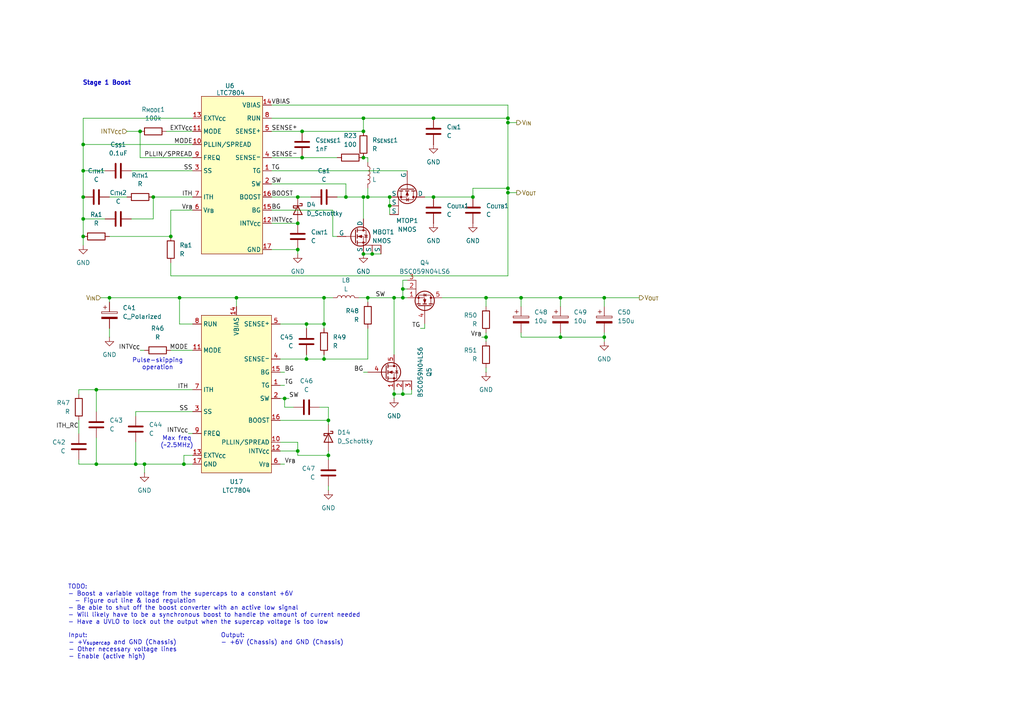
<source format=kicad_sch>
(kicad_sch (version 20250114) (generator "eeschema") (generator_version "9.0")
  (paper "A4")
  (title_block (title "Output Boost (Stage 1)") (date "2025-02-12") (rev "1") (company "UT Robomaster") (comment 1 "Robomaster"))
  (lib_symbols
    (symbol "! Robomaster ICs:LTC7804"
      (property "Reference" "U" (at 0 0 0))
      (symbol "LTC7804_1_1"
        (rectangle (start -13.97 -1.27) (end 3.81 -46.99) (fill (type background)))
        (pin power_in line (at -16.51 -7.62 0) (length 2.54) (name "EXTV_{CC}") (number "13"))
        (pin input line (at -16.51 -11.43 0) (length 2.54) (name "MODE") (number "11"))
        (pin input line (at -16.51 -15.24 0) (length 2.54) (name "PLLIN/SPREAD") (number "10"))
        (pin input line (at -16.51 -19.05 0) (length 2.54) (name "FREQ") (number "9"))
        (pin input line (at -16.51 -22.86 0) (length 2.54) (name "SS") (number "3"))
        (pin input line (at -16.51 -30.48 0) (length 2.54) (name "ITH") (number "7"))
        (pin input line (at -16.51 -34.29 0) (length 2.54) (name "V_{FB}") (number "6"))
        (pin input line (at 6.35 -3.81 180) (length 2.54) (name "VBIAS") (number "14"))
        (pin input line (at 6.35 -7.62 180) (length 2.54) (name "RUN") (number "8"))
        (pin input line (at 6.35 -11.43 180) (length 2.54) (name "SENSE^{+}") (number "5"))
        (pin input line (at 6.35 -19.05 180) (length 2.54) (name "SENSE^{-}") (number "4"))
        (pin output line (at 6.35 -22.86 180) (length 2.54) (name "TG") (number "1"))
        (pin power_in line (at 6.35 -26.67 180) (length 2.54) (name "SW") (number "2"))
        (pin power_in line (at 6.35 -30.48 180) (length 2.54) (name "BOOST") (number "16"))
        (pin output line (at 6.35 -34.29 180) (length 2.54) (name "BG") (number "15"))
        (pin output line (at 6.35 -38.1 180) (length 2.54) (name "INTV_{CC}") (number "12"))
        (pin passive line (at 6.35 -45.72 180) (length 2.54) (name "GND") (number "17"))
      )
    )
    (symbol "Device:C" (pin_numbers (hide yes)) (pin_names (offset 0.254))
      (property "Reference" "C" (at 0.635 2.54 0))
      (property "Value" "C" (at 0.635 -2.54 0))
      (symbol "C_0_1"
        (polyline (pts (xy -2.032 0.762) (xy 2.032 0.762)) (stroke (width 0.508)))
        (polyline (pts (xy -2.032 -0.762) (xy 2.032 -0.762)) (stroke (width 0.508)))
      )
      (symbol "C_1_1"
        (pin passive line (at 0 3.81 270) (length 2.794) (name "~") (number "1"))
        (pin passive line (at 0 -3.81 90) (length 2.794) (name "~") (number "2"))
      )
    )
    (symbol "Device:C_Polarized" (pin_numbers (hide yes)) (pin_names (offset 0.254))
      (property "Reference" "C" (at 0.635 2.54 0))
      (property "Value" "C_Polarized" (at 0.635 -2.54 0))
      (symbol "C_Polarized_0_1"
        (rectangle (start -2.286 0.508) (end 2.286 1.016))
        (polyline (pts (xy -1.778 2.286) (xy -0.762 2.286)))
        (polyline (pts (xy -1.27 2.794) (xy -1.27 1.778)))
        (rectangle (start 2.286 -0.508) (end -2.286 -1.016) (fill (type outline)))
      )
      (symbol "C_Polarized_1_1"
        (pin passive line (at 0 3.81 270) (length 2.794) (name "~") (number "1"))
        (pin passive line (at 0 -3.81 90) (length 2.794) (name "~") (number "2"))
      )
    )
    (symbol "Device:D_Schottky" (pin_numbers (hide yes)) (pin_names (offset 1.016) (hide yes))
      (property "Reference" "D" (at 0 2.54 0))
      (property "Value" "D_Schottky" (at 0 -2.54 0))
      (symbol "D_Schottky_0_1"
        (polyline (pts (xy -1.905 0.635) (xy -1.905 1.27) (xy -1.27 1.27) (xy -1.27 -1.27) (xy -0.635 -1.27) (xy -0.635 -0.635)) (stroke (width 0.254)))
        (polyline (pts (xy 1.27 1.27) (xy 1.27 -1.27) (xy -1.27 0) (xy 1.27 1.27)) (stroke (width 0.254)))
        (polyline (pts (xy 1.27 0) (xy -1.27 0)))
      )
      (symbol "D_Schottky_1_1"
        (pin passive line (at -3.81 0 0) (length 2.54) (name "K") (number "1"))
        (pin passive line (at 3.81 0 180) (length 2.54) (name "A") (number "2"))
      )
    )
    (symbol "Device:L" (pin_numbers (hide yes)) (pin_names (offset 1.016) (hide yes))
      (property "Reference" "L" (at -1.27 0 90))
      (property "Value" "L" (at 1.905 0 90))
      (symbol "L_0_1"
        (arc (start 0 2.54) (mid 0.6323 1.905) (end 0 1.27))
        (arc (start 0 1.27) (mid 0.6323 0.635) (end 0 0))
        (arc (start 0 0) (mid 0.6323 -0.635) (end 0 -1.27))
        (arc (start 0 -1.27) (mid 0.6323 -1.905) (end 0 -2.54))
      )
      (symbol "L_1_1"
        (pin passive line (at 0 3.81 270) (length 1.27) (name "1") (number "1"))
        (pin passive line (at 0 -3.81 90) (length 1.27) (name "2") (number "2"))
      )
    )
    (symbol "Device:R" (pin_numbers (hide yes)) (pin_names (offset 0))
      (property "Reference" "R" (at 2.032 0 90))
      (property "Value" "R" (at 0 0 90))
      (symbol "R_0_1"
        (rectangle (start -1.016 -2.54) (end 1.016 2.54) (stroke (width 0.254)))
      )
      (symbol "R_1_1"
        (pin passive line (at 0 3.81 270) (length 1.27) (name "~") (number "1"))
        (pin passive line (at 0 -3.81 90) (length 1.27) (name "~") (number "2"))
      )
    )
    (symbol "LTC7804_1"
      (property "Reference" "U" (at 0 -48.514 0))
      (property "Value" "LTC7804" (at 0 -50.546 0))
      (symbol "LTC7804_1_1_1"
        (rectangle (start -10.16 -1.27) (end 10.16 -46.99) (fill (type background)))
        (pin input line (at -12.7 -3.81 0) (length 2.54) (name "RUN") (number "8"))
        (pin input line (at -12.7 -11.43 0) (length 2.54) (name "MODE") (number "11"))
        (pin input line (at -12.7 -22.86 0) (length 2.54) (name "ITH") (number "7"))
        (pin input line (at -12.7 -29.21 0) (length 2.54) (name "SS") (number "3"))
        (pin input line (at -12.7 -35.56 0) (length 2.54) (name "FREQ") (number "9"))
        (pin power_in line (at -12.7 -41.91 0) (length 2.54) (name "EXTV_{CC}") (number "13"))
        (pin passive line (at -12.7 -44.45 0) (length 2.54) (name "GND") (number "17"))
        (pin input line (at 0 1.27 270) (length 2.54) (name "VBIAS") (number "14"))
        (pin input line (at 12.7 -3.81 180) (length 2.54) (name "SENSE^{+}") (number "5"))
        (pin input line (at 12.7 -13.97 180) (length 2.54) (name "SENSE^{-}") (number "4"))
        (pin output line (at 12.7 -17.78 180) (length 2.54) (name "BG") (number "15"))
        (pin output line (at 12.7 -21.59 180) (length 2.54) (name "TG") (number "1"))
        (pin power_in line (at 12.7 -25.4 180) (length 2.54) (name "SW") (number "2"))
        (pin power_in line (at 12.7 -31.75 180) (length 2.54) (name "BOOST") (number "16"))
        (pin input line (at 12.7 -38.1 180) (length 2.54) (name "PLLIN/SPREAD") (number "10"))
        (pin output line (at 12.7 -40.64 180) (length 2.54) (name "INTV_{CC}") (number "12"))
        (pin input line (at 12.7 -44.45 180) (length 2.54) (name "V_{FB}") (number "6"))
      )
    )
    (symbol "NMOS_1" (pin_numbers (hide yes)) (pin_names (offset 0))
      (property "Reference" "MBOT" (at 6.35 1.2701 0))
      (property "Value" "NMOS" (at 6.35 -1.2699 0))
      (symbol "NMOS_1_0_1"
        (polyline (pts (xy 0.254 1.905) (xy 0.254 -1.905)) (stroke (width 0.254)))
        (polyline (pts (xy 0.254 0) (xy -2.54 0)))
        (polyline (pts (xy 0.762 2.286) (xy 0.762 1.27)) (stroke (width 0.254)))
        (polyline (pts (xy 0.762 0.508) (xy 0.762 -0.508)) (stroke (width 0.254)))
        (polyline (pts (xy 0.762 -1.27) (xy 0.762 -2.286)) (stroke (width 0.254)))
        (polyline (pts (xy 0.762 -1.778) (xy 3.302 -1.778) (xy 3.302 1.778) (xy 0.762 1.778)))
        (polyline (pts (xy 1.016 0) (xy 2.032 0.381) (xy 2.032 -0.381) (xy 1.016 0)) (fill (type outline)))
        (circle (center 1.651 0) (radius 2.794) (stroke (width 0.254)))
        (polyline (pts (xy 2.54 2.54) (xy 2.54 1.778)))
        (circle (center 2.54 1.778) (radius 0.254) (fill (type outline)))
        (circle (center 2.54 -1.778) (radius 0.254) (fill (type outline)))
        (polyline (pts (xy 2.54 -2.54) (xy 2.54 0) (xy 0.762 0)))
        (polyline (pts (xy 2.794 0.508) (xy 2.921 0.381) (xy 3.683 0.381) (xy 3.81 0.254)))
        (polyline (pts (xy 3.302 0.381) (xy 2.921 -0.254) (xy 3.683 -0.254) (xy 3.302 0.381)))
        (polyline (pts (xy 7.62 -2.54) (xy 5.08 -2.54) (xy 2.54 -2.54)))
      )
      (symbol "NMOS_1_1_1"
        (pin input line (at -5.08 0 0) (length 2.54) (name "G") (number "4"))
        (pin passive line (at 2.54 5.08 270) (length 2.54) (name "D") (number "5"))
        (pin passive line (at 2.54 -5.08 90) (length 2.54) (name "S") (number "1"))
        (pin passive line (at 5.08 -5.08 90) (length 2.54) (name "S") (number "2"))
        (pin passive line (at 7.62 -5.08 90) (length 2.54) (name "S") (number "3"))
      )
    )
    (symbol "Transistor_FET:Q_NMOS_SGD" (pin_names (offset 0) (hide yes))
      (property "Reference" "Q4" (at 6.35 1.2701 0))
      (property "Value" "BSC059N04LS6" (at 6.35 -1.2699 0))
      (symbol "Q_NMOS_SGD_0_1"
        (polyline (pts (xy 0.254 1.905) (xy 0.254 -1.905)) (stroke (width 0.254)))
        (polyline (pts (xy 0.254 0) (xy -2.54 0)))
        (polyline (pts (xy 0.762 2.286) (xy 0.762 1.27)) (stroke (width 0.254)))
        (polyline (pts (xy 0.762 0.508) (xy 0.762 -0.508)) (stroke (width 0.254)))
        (polyline (pts (xy 0.762 -1.27) (xy 0.762 -2.286)) (stroke (width 0.254)))
        (polyline (pts (xy 0.762 -1.778) (xy 3.302 -1.778) (xy 3.302 1.778) (xy 0.762 1.778)))
        (polyline (pts (xy 1.016 0) (xy 2.032 0.381) (xy 2.032 -0.381) (xy 1.016 0)) (fill (type outline)))
        (circle (center 1.651 0) (radius 2.794) (stroke (width 0.254)))
        (polyline (pts (xy 2.54 2.54) (xy 2.54 1.778)))
        (circle (center 2.54 1.778) (radius 0.254) (fill (type outline)))
        (circle (center 2.54 -1.778) (radius 0.254) (fill (type outline)))
        (polyline (pts (xy 2.54 -2.54) (xy 2.54 0) (xy 0.762 0)))
        (polyline (pts (xy 2.921 0.381) (xy 3.683 0.381)))
        (polyline (pts (xy 3.302 0.381) (xy 2.921 -0.254) (xy 3.683 -0.254) (xy 3.302 0.381)))
        (polyline (pts (xy 7.62 -2.54) (xy 2.54 -2.54)))
      )
      (symbol "Q_NMOS_SGD_1_1"
        (pin input line (at -5.08 0 0) (length 5.08) (name "G") (number "4"))
        (pin passive line (at 2.54 5.08 270) (length 2.54) (name "D") (number "5"))
        (pin passive line (at 2.54 -5.08 90) (length 2.54) (name "S") (number "1"))
        (pin passive line (at 5.08 -5.08 90) (length 2.54) (name "S") (number "2"))
        (pin passive line (at 7.62 -5.08 90) (length 2.54) (name "S") (number "3"))
      )
    )
    (symbol "power:GND" (power) (pin_numbers (hide yes)) (pin_names (offset 0) (hide yes))
      (property "Value" "GND" (at 0 -3.81 0))
      (symbol "GND_0_1"
        (polyline (pts (xy 0 0) (xy 0 -1.27) (xy 1.27 -1.27) (xy 0 -2.54) (xy -1.27 -1.27) (xy 0 -1.27)))
      )
      (symbol "GND_1_1"
        (pin power_in line (at 0 0 270) (length 0) (name "~") (number "1"))
      )
    )
  )
  (text "Pulse-skipping\noperation" (at 45.72 103.886 0) (effects (font (size 1.27 1.27)) (justify top)))
  (text "Max freq\n(~2.5MHz)" (at 51.308 126.492 0) (effects (font (size 1.27 1.27)) (justify top)))
  (text "TODO:\n- Boost a variable voltage from the supercaps to a constant +6V\n  - Figure out line & load regulation\n- Be able to shut off the boost converter with an active low signal\n- Will likely have to be a synchronous boost to handle the amount of current needed\n- Have a UVLO to lock out the output when the supercap voltage is too low" (at 19.685 169.545 0) (effects (font (size 1.27 1.27)) (justify left top)))
  (text "Output:\n- +6V (Chassis) and GND (Chassis)" (at 64.008 183.642 0) (effects (font (size 1.27 1.27)) (justify left top)))
  (text "Input:\n- +V_{supercap} and GND (Chassis)\n- Other necessary voltage lines\n- Enable (active high)" (at 19.812 183.642 0) (effects (font (size 1.27 1.27)) (justify left top)))
  (text "Stage 1 Boost" (at 30.988 24.13 0) (effects (font (size 1.27 1.27) (thickness 0.254) (bold yes))))
  (junction (at 88.9 104.14))
  (junction (at 147.32 54.61))
  (junction (at 52.07 86.36))
  (junction (at 107.95 73.66))
  (junction (at 114.3 86.36))
  (junction (at 41.91 134.62))
  (junction (at 147.32 55.88))
  (junction (at 100.33 57.15))
  (junction (at 68.58 86.36))
  (junction (at 93.98 86.36))
  (junction (at 44.45 57.15))
  (junction (at 31.75 86.36))
  (junction (at 147.32 34.29))
  (junction (at 49.53 68.58))
  (junction (at 162.56 86.36))
  (junction (at 147.32 35.56))
  (junction (at 113.03 57.15))
  (junction (at 24.13 41.91))
  (junction (at 87.63 45.72))
  (junction (at 95.25 121.92))
  (junction (at 24.13 63.5))
  (junction (at 27.94 134.62))
  (junction (at 106.68 86.36))
  (junction (at 105.41 45.72))
  (junction (at 105.41 34.29))
  (junction (at 53.34 134.62))
  (junction (at 113.03 59.69))
  (junction (at 86.36 64.77))
  (junction (at 140.97 86.36))
  (junction (at 151.13 86.36))
  (junction (at 125.73 34.29))
  (junction (at 27.94 113.03))
  (junction (at 105.41 38.1))
  (junction (at 24.13 68.58))
  (junction (at 88.9 93.98))
  (junction (at 93.98 93.98))
  (junction (at 137.16 57.15))
  (junction (at 86.36 72.39))
  (junction (at 24.13 49.53))
  (junction (at 116.84 83.82))
  (junction (at 106.68 57.15))
  (junction (at 140.97 97.79))
  (junction (at 39.37 134.62))
  (junction (at 93.98 104.14))
  (junction (at 40.64 38.1))
  (junction (at 105.41 57.15))
  (junction (at 87.63 38.1))
  (junction (at 125.73 57.15))
  (junction (at 86.36 130.81))
  (junction (at 82.55 115.57))
  (junction (at 95.25 132.08))
  (junction (at 86.36 57.15))
  (junction (at 24.13 57.15))
  (junction (at 105.41 73.66))
  (junction (at 114.3 114.3))
  (junction (at 162.56 97.79))
  (junction (at 175.26 97.79))
  (junction (at 116.84 114.3))
  (junction (at 116.84 86.36))
  (junction (at 175.26 86.36))
  (wire (pts (xy 38.1 63.5) (xy 44.45 63.5)))
  (wire (pts (xy 82.55 115.57) (xy 81.28 115.57)))
  (wire (pts (xy 114.3 113.03) (xy 114.3 114.3)))
  (wire (pts (xy 140.97 99.06) (xy 140.97 97.79)))
  (wire (pts (xy 116.84 113.03) (xy 116.84 114.3)))
  (wire (pts (xy 24.13 49.53) (xy 24.13 57.15)))
  (wire (pts (xy 106.68 104.14) (xy 106.68 95.25)))
  (wire (pts (xy 31.75 95.25) (xy 31.75 97.79)))
  (wire (pts (xy 39.37 128.27) (xy 39.37 134.62)))
  (wire (pts (xy 82.55 111.76) (xy 81.28 111.76)))
  (wire (pts (xy 105.41 57.15) (xy 106.68 57.15)))
  (wire (pts (xy 22.86 133.35) (xy 22.86 134.62)))
  (wire (pts (xy 24.13 34.29) (xy 55.88 34.29)))
  (wire (pts (xy 31.75 86.36) (xy 52.07 86.36)))
  (wire (pts (xy 86.36 72.39) (xy 86.36 73.66)))
  (wire (pts (xy 106.68 57.15) (xy 113.03 57.15)))
  (wire (pts (xy 52.07 93.98) (xy 55.88 93.98)))
  (wire (pts (xy 128.27 86.36) (xy 140.97 86.36)))
  (wire (pts (xy 140.97 107.95) (xy 140.97 106.68)))
  (wire (pts (xy 119.38 113.03) (xy 119.38 114.3)))
  (wire (pts (xy 140.97 86.36) (xy 151.13 86.36)))
  (wire (pts (xy 78.74 60.96) (xy 96.52 60.96)))
  (wire (pts (xy 119.38 114.3) (xy 116.84 114.3)))
  (wire (pts (xy 78.74 30.48) (xy 147.32 30.48)))
  (wire (pts (xy 106.68 86.36) (xy 106.68 87.63)))
  (wire (pts (xy 88.9 93.98) (xy 93.98 93.98)))
  (wire (pts (xy 95.25 118.11) (xy 95.25 121.92)))
  (wire (pts (xy 162.56 86.36) (xy 151.13 86.36)))
  (wire (pts (xy 78.74 45.72) (xy 87.63 45.72)))
  (wire (pts (xy 125.73 34.29) (xy 147.32 34.29)))
  (wire (pts (xy 24.13 49.53) (xy 30.48 49.53)))
  (wire (pts (xy 175.26 97.79) (xy 175.26 99.06)))
  (wire (pts (xy 106.68 46.99) (xy 106.68 45.72)))
  (wire (pts (xy 95.25 121.92) (xy 81.28 121.92)))
  (wire (pts (xy 93.98 104.14) (xy 106.68 104.14)))
  (wire (pts (xy 44.45 57.15) (xy 44.45 63.5)))
  (wire (pts (xy 95.25 130.81) (xy 95.25 132.08)))
  (wire (pts (xy 36.83 38.1) (xy 40.64 38.1)))
  (wire (pts (xy 116.84 81.28) (xy 116.84 83.82)))
  (wire (pts (xy 27.94 127) (xy 27.94 134.62)))
  (wire (pts (xy 24.13 34.29) (xy 24.13 41.91)))
  (wire (pts (xy 40.64 101.6) (xy 41.91 101.6)))
  (wire (pts (xy 24.13 63.5) (xy 24.13 68.58)))
  (wire (pts (xy 39.37 119.38) (xy 39.37 120.65)))
  (wire (pts (xy 175.26 86.36) (xy 175.26 88.9)))
  (wire (pts (xy 147.32 55.88) (xy 147.32 54.61)))
  (wire (pts (xy 162.56 86.36) (xy 162.56 88.9)))
  (wire (pts (xy 93.98 104.14) (xy 88.9 104.14)))
  (wire (pts (xy 68.58 86.36) (xy 93.98 86.36)))
  (wire (pts (xy 116.84 114.3) (xy 114.3 114.3)))
  (wire (pts (xy 175.26 96.52) (xy 175.26 97.79)))
  (wire (pts (xy 49.53 80.01) (xy 49.53 76.2)))
  (wire (pts (xy 162.56 96.52) (xy 162.56 97.79)))
  (wire (pts (xy 147.32 35.56) (xy 149.86 35.56)))
  (wire (pts (xy 175.26 86.36) (xy 162.56 86.36)))
  (wire (pts (xy 49.53 60.96) (xy 49.53 68.58)))
  (wire (pts (xy 82.55 134.62) (xy 81.28 134.62)))
  (wire (pts (xy 68.58 88.9) (xy 68.58 86.36)))
  (wire (pts (xy 22.86 121.92) (xy 22.86 125.73)))
  (wire (pts (xy 78.74 57.15) (xy 86.36 57.15)))
  (wire (pts (xy 24.13 41.91) (xy 55.88 41.91)))
  (wire (pts (xy 147.32 55.88) (xy 149.86 55.88)))
  (wire (pts (xy 78.74 53.34) (xy 100.33 53.34)))
  (wire (pts (xy 87.63 38.1) (xy 105.41 38.1)))
  (wire (pts (xy 140.97 88.9) (xy 140.97 86.36)))
  (wire (pts (xy 55.88 132.08) (xy 53.34 132.08)))
  (wire (pts (xy 114.3 114.3) (xy 114.3 115.57)))
  (wire (pts (xy 93.98 86.36) (xy 93.98 93.98)))
  (wire (pts (xy 123.19 57.15) (xy 125.73 57.15)))
  (wire (pts (xy 123.19 95.25) (xy 121.92 95.25)))
  (wire (pts (xy 185.42 86.36) (xy 175.26 86.36)))
  (wire (pts (xy 27.94 134.62) (xy 39.37 134.62)))
  (wire (pts (xy 86.36 128.27) (xy 81.28 128.27)))
  (wire (pts (xy 78.74 38.1) (xy 87.63 38.1)))
  (wire (pts (xy 147.32 30.48) (xy 147.32 34.29)))
  (wire (pts (xy 24.13 41.91) (xy 24.13 49.53)))
  (wire (pts (xy 95.25 132.08) (xy 86.36 132.08)))
  (wire (pts (xy 53.34 134.62) (xy 55.88 134.62)))
  (wire (pts (xy 24.13 63.5) (xy 30.48 63.5)))
  (wire (pts (xy 48.26 38.1) (xy 55.88 38.1)))
  (wire (pts (xy 55.88 60.96) (xy 49.53 60.96)))
  (wire (pts (xy 137.16 54.61) (xy 147.32 54.61)))
  (wire (pts (xy 105.41 34.29) (xy 105.41 38.1)))
  (wire (pts (xy 106.68 86.36) (xy 114.3 86.36)))
  (wire (pts (xy 95.25 140.97) (xy 95.25 142.24)))
  (wire (pts (xy 125.73 57.15) (xy 137.16 57.15)))
  (wire (pts (xy 39.37 134.62) (xy 41.91 134.62)))
  (wire (pts (xy 55.88 113.03) (xy 27.94 113.03)))
  (wire (pts (xy 92.71 118.11) (xy 95.25 118.11)))
  (wire (pts (xy 82.55 118.11) (xy 85.09 118.11)))
  (wire (pts (xy 106.68 54.61) (xy 106.68 57.15)))
  (wire (pts (xy 96.52 60.96) (xy 96.52 68.58)))
  (wire (pts (xy 95.25 132.08) (xy 95.25 133.35)))
  (wire (pts (xy 88.9 93.98) (xy 88.9 95.25)))
  (wire (pts (xy 31.75 57.15) (xy 36.83 57.15)))
  (wire (pts (xy 55.88 119.38) (xy 39.37 119.38)))
  (wire (pts (xy 29.21 86.36) (xy 31.75 86.36)))
  (wire (pts (xy 114.3 86.36) (xy 114.3 102.87)))
  (wire (pts (xy 105.41 107.95) (xy 106.68 107.95)))
  (wire (pts (xy 24.13 57.15) (xy 24.13 63.5)))
  (wire (pts (xy 105.41 73.66) (xy 107.95 73.66)))
  (wire (pts (xy 96.52 68.58) (xy 97.79 68.58)))
  (wire (pts (xy 139.7 97.79) (xy 140.97 97.79)))
  (wire (pts (xy 44.45 57.15) (xy 55.88 57.15)))
  (wire (pts (xy 54.61 125.73) (xy 55.88 125.73)))
  (wire (pts (xy 87.63 45.72) (xy 97.79 45.72)))
  (wire (pts (xy 105.41 34.29) (xy 125.73 34.29)))
  (wire (pts (xy 113.03 59.69) (xy 113.03 62.23)))
  (wire (pts (xy 88.9 104.14) (xy 81.28 104.14)))
  (wire (pts (xy 81.28 93.98) (xy 88.9 93.98)))
  (wire (pts (xy 106.68 45.72) (xy 105.41 45.72)))
  (wire (pts (xy 147.32 35.56) (xy 147.32 34.29)))
  (wire (pts (xy 52.07 86.36) (xy 52.07 93.98)))
  (wire (pts (xy 31.75 86.36) (xy 31.75 87.63)))
  (wire (pts (xy 81.28 130.81) (xy 86.36 130.81)))
  (wire (pts (xy 78.74 49.53) (xy 118.11 49.53)))
  (wire (pts (xy 40.64 38.1) (xy 40.64 45.72)))
  (wire (pts (xy 40.64 45.72) (xy 55.88 45.72)))
  (wire (pts (xy 41.91 134.62) (xy 41.91 137.16)))
  (wire (pts (xy 22.86 134.62) (xy 27.94 134.62)))
  (wire (pts (xy 78.74 72.39) (xy 86.36 72.39)))
  (wire (pts (xy 116.84 83.82) (xy 118.11 83.82)))
  (wire (pts (xy 53.34 132.08) (xy 53.34 134.62)))
  (wire (pts (xy 137.16 54.61) (xy 137.16 57.15)))
  (wire (pts (xy 105.41 57.15) (xy 105.41 63.5)))
  (wire (pts (xy 49.53 101.6) (xy 55.88 101.6)))
  (wire (pts (xy 38.1 49.53) (xy 55.88 49.53)))
  (wire (pts (xy 151.13 97.79) (xy 162.56 97.79)))
  (wire (pts (xy 100.33 57.15) (xy 105.41 57.15)))
  (wire (pts (xy 114.3 86.36) (xy 116.84 86.36)))
  (wire (pts (xy 100.33 53.34) (xy 100.33 57.15)))
  (wire (pts (xy 140.97 97.79) (xy 140.97 96.52)))
  (wire (pts (xy 78.74 34.29) (xy 105.41 34.29)))
  (wire (pts (xy 41.91 134.62) (xy 53.34 134.62)))
  (wire (pts (xy 116.84 86.36) (xy 118.11 86.36)))
  (wire (pts (xy 24.13 68.58) (xy 24.13 71.12)))
  (wire (pts (xy 93.98 93.98) (xy 93.98 95.25)))
  (wire (pts (xy 151.13 86.36) (xy 151.13 88.9)))
  (wire (pts (xy 151.13 96.52) (xy 151.13 97.79)))
  (wire (pts (xy 27.94 113.03) (xy 22.86 113.03)))
  (wire (pts (xy 147.32 35.56) (xy 147.32 54.61)))
  (wire (pts (xy 118.11 81.28) (xy 116.84 81.28)))
  (wire (pts (xy 162.56 97.79) (xy 175.26 97.79)))
  (wire (pts (xy 49.53 80.01) (xy 147.32 80.01)))
  (wire (pts (xy 116.84 83.82) (xy 116.84 86.36)))
  (wire (pts (xy 97.79 57.15) (xy 100.33 57.15)))
  (wire (pts (xy 86.36 130.81) (xy 86.36 128.27)))
  (wire (pts (xy 93.98 86.36) (xy 96.52 86.36)))
  (wire (pts (xy 113.03 57.15) (xy 113.03 59.69)))
  (wire (pts (xy 86.36 57.15) (xy 90.17 57.15)))
  (wire (pts (xy 106.68 86.36) (xy 104.14 86.36)))
  (wire (pts (xy 52.07 86.36) (xy 68.58 86.36)))
  (wire (pts (xy 95.25 121.92) (xy 95.25 123.19)))
  (wire (pts (xy 107.95 73.66) (xy 110.49 73.66)))
  (wire (pts (xy 93.98 102.87) (xy 93.98 104.14)))
  (wire (pts (xy 147.32 80.01) (xy 147.32 55.88)))
  (wire (pts (xy 88.9 102.87) (xy 88.9 104.14)))
  (wire (pts (xy 83.82 115.57) (xy 82.55 115.57)))
  (wire (pts (xy 123.19 93.98) (xy 123.19 95.25)))
  (wire (pts (xy 22.86 113.03) (xy 22.86 114.3)))
  (wire (pts (xy 31.75 68.58) (xy 49.53 68.58)))
  (wire (pts (xy 86.36 132.08) (xy 86.36 130.81)))
  (wire (pts (xy 27.94 113.03) (xy 27.94 119.38)))
  (wire (pts (xy 82.55 115.57) (xy 82.55 118.11)))
  (wire (pts (xy 82.55 107.95) (xy 81.28 107.95)))
  (wire (pts (xy 78.74 64.77) (xy 86.36 64.77)))
  (label "INTV_{CC}" (at 54.61 125.73 180))
  (label "PLLIN/SPREAD" (at 55.88 45.72 180))
  (label "VBIAS" (at 78.74 30.48 0))
  (label "BG" (at 105.41 107.95 180))
  (label "ITH_RC" (at 22.86 124.46 180))
  (label "INTV_{CC}" (at 40.64 101.6 180))
  (label "ITH" (at 54.61 113.03 180))
  (label "BOOST" (at 78.74 57.15 0))
  (label "SS" (at 54.61 119.38 180))
  (label "BG" (at 78.74 60.96 0))
  (label "SENSE^{+}" (at 78.74 38.1 0))
  (label "BG" (at 82.55 107.95 0))
  (label "MODE" (at 55.88 41.91 180))
  (label "TG" (at 82.55 111.76 0))
  (label "SENSE^{-}" (at 78.74 45.72 0))
  (label "SW" (at 83.82 115.57 0))
  (label "SW" (at 111.76 86.36 180))
  (label "INTV_{CC}" (at 78.74 64.77 0))
  (label "TG" (at 78.74 49.53 0))
  (label "SW" (at 78.74 53.34 0))
  (label "V_{FB}" (at 82.55 134.62 0))
  (label "ITH" (at 55.88 57.15 180))
  (label "TG" (at 121.92 95.25 180))
  (label "MODE" (at 54.61 101.6 180))
  (label "V_{FB}" (at 139.7 97.79 180))
  (label "V_{FB}" (at 55.88 60.96 180))
  (label "EXTV_{CC}" (at 55.88 38.1 180))
  (label "SS" (at 55.88 49.53 180))
  (hierarchical_label "INTV_{CC}" (shape input) (at 36.83 38.1 180))
  (hierarchical_label "V_{OUT}" (shape output) (at 185.42 86.36 0))
  (hierarchical_label "V_{OUT}" (shape output) (at 149.86 55.88 0))
  (hierarchical_label "V_{IN}" (shape input) (at 29.21 86.36 180))
  (hierarchical_label "V_{IN}" (shape output) (at 149.86 35.56 0))
  (symbol (lib_id "power:GND") (at 137.16 64.77 0) (unit 1)
    (property "Reference" "#PWR045" (effects (hide yes)))
    (property "Value" "GND" (at 137.16 69.85 0))
    (property "Description" "Power symbol creates a global label with name \"GND\" , ground" (effects (hide yes)))
  )
  (symbol (lib_id "Device:L") (at 106.68 50.8 0) (unit 1)
    (property "Reference" "L2" (at 107.95 49.5299 0) (effects (justify left)))
    (property "Value" "L" (at 107.95 52.0699 0) (effects (justify left)))
    (property "Description" "Inductor" (effects (hide yes)))
  )
  (symbol (lib_id "Device:R") (at 22.86 118.11 0) (mirror y) (unit 1)
    (property "Reference" "R47" (at 20.32 116.8399 0) (effects (justify left)))
    (property "Value" "R" (at 20.32 119.3799 0) (effects (justify left)))
    (property "Footprint" "Resistor_SMD:R_0603_1608Metric_Pad0.98x0.95mm_HandSolder" (effects (hide yes)))
    (property "Description" "Resistor" (effects (hide yes)))
  )
  (symbol (lib_id "power:GND") (at 125.73 41.91 0) (unit 1)
    (property "Reference" "#PWR043" (effects (hide yes)))
    (property "Value" "GND" (at 125.73 46.99 0))
    (property "Description" "Power symbol creates a global label with name \"GND\" , ground" (effects (hide yes)))
  )
  (symbol (lib_id "Transistor_FET:Q_NMOS_SGD") (at 111.76 107.95 0) (unit 1)
    (property "Reference" "Q5" (at 124.46 107.95 90))
    (property "Value" "BSC059N04LS6" (at 121.92 107.95 90))
    (property "Footprint" "Package_SON:Infineon_PG-TDSON-8_6.15x5.15mm" (effects (hide yes)))
    (property "Datasheet" "https://www.mouser.com/datasheet/2/196/Infineon_BSC059N04LS6_DataSheet_v02_01_EN-3360636.pdf" (effects (hide yes)))
    (property "Description" "N-MOSFET transistor, source/gate/drain" (effects (hide yes)))
    (property "Mouser Part Number" "726-BSC059N04LS6ATMA" (effects (hide yes)))
  )
  (symbol (lib_id "power:GND") (at 175.26 99.06 0) (unit 1)
    (property "Reference" "#PWR0107" (effects (hide yes)))
    (property "Value" "GND" (at 175.26 104.14 0))
    (property "Description" "Power symbol creates a global label with name \"GND\" , ground" (effects (hide yes)))
  )
  (symbol (lib_id "Device:C") (at 34.29 63.5 90) (unit 1)
    (property "Reference" "C_{ITH}2" (at 34.29 55.88 90))
    (property "Value" "C" (at 34.29 58.42 90))
    (property "Description" "Unpolarized capacitor" (effects (hide yes)))
  )
  (symbol (lib_id "Device:C") (at 93.98 57.15 270) (unit 1)
    (property "Reference" "C_{B}1" (at 93.98 49.53 90))
    (property "Value" "C" (at 93.98 52.07 90))
    (property "Description" "Unpolarized capacitor" (effects (hide yes)))
  )
  (symbol (lib_name "LTC7804_1") (lib_id "! Robomaster ICs:LTC7804") (at 68.58 90.17 0) (unit 1)
    (property "Reference" "U17" (at 68.58 139.7 0))
    (property "Value" "LTC7804" (at 68.58 142.24 0))
    (property "Footprint" "Package_DFN_QFN:QFN-16-1EP_3x3mm_P0.5mm_EP1.45x1.45mm" (effects (hide yes)))
    (property "Datasheet" "https://www.analog.com/media/en/technical-documentation/data-sheets/ltc7804.pdf" (effects (hide yes)))
    (property "Description" "Low IQ Synchronous Boost Controller with Spread Spectrum" (effects (hide yes)))
  )
  (symbol (lib_id "Device:L") (at 100.33 86.36 90) (unit 1)
    (property "Reference" "L8" (at 100.33 81.28 90))
    (property "Value" "L" (at 100.33 83.82 90))
    (property "Description" "Inductor" (effects (hide yes)))
  )
  (symbol (lib_id "Device:C") (at 95.25 137.16 0) (mirror y) (unit 1)
    (property "Reference" "C47" (at 91.44 135.8899 0) (effects (justify left)))
    (property "Value" "C" (at 91.44 138.4299 0) (effects (justify left)))
    (property "Footprint" "Capacitor_SMD:C_0603_1608Metric_Pad1.08x0.95mm_HandSolder" (effects (hide yes)))
    (property "Description" "Unpolarized capacitor" (effects (hide yes)))
  )
  (symbol (lib_id "power:GND") (at 125.73 64.77 0) (unit 1)
    (property "Reference" "#PWR044" (effects (hide yes)))
    (property "Value" "GND" (at 125.73 69.85 0))
    (property "Description" "Power symbol creates a global label with name \"GND\" , ground" (effects (hide yes)))
  )
  (symbol (lib_id "Device:R") (at 140.97 102.87 0) (mirror x) (unit 1)
    (property "Reference" "R51" (at 138.43 101.5999 0) (effects (justify right)))
    (property "Value" "R" (at 138.43 104.1399 0) (effects (justify right)))
    (property "Footprint" "Resistor_SMD:R_0603_1608Metric_Pad0.98x0.95mm_HandSolder" (effects (hide yes)))
    (property "Description" "Resistor" (effects (hide yes)))
  )
  (symbol (lib_name "NMOS_1") (lib_id "Simulation_SPICE:NMOS") (at 118.11 54.61 270) (unit 1)
    (property "Reference" "MTOP1" (at 118.11 64.008 90))
    (property "Value" "NMOS" (at 118.11 66.548 90))
    (property "Footprint" "Package_SON:Infineon_PG-TDSON-8_6.15x5.15mm" (effects (hide yes)))
    (property "Datasheet" "https://ngspice.sourceforge.io/docs/ngspice-html-manual/manual.xhtml#cha_MOSFETs" (effects (hide yes)))
    (property "Description" "N-MOSFET transistor, drain/source/gate" (effects (hide yes)))
    (property "Sim.Device" "NMOS" (effects (hide yes)))
    (property "Sim.Type" "VDMOS" (effects (hide yes)))
    (property "Sim.Pins" "1=D 2=G 3=S" (effects (hide yes)))
  )
  (symbol (lib_id "power:GND") (at 114.3 115.57 0) (unit 1)
    (property "Reference" "#PWR0105" (effects (hide yes)))
    (property "Value" "GND" (at 114.3 120.65 0))
    (property "Description" "Power symbol creates a global label with name \"GND\" , ground" (effects (hide yes)))
  )
  (symbol (lib_id "Device:D_Schottky") (at 86.36 60.96 270) (unit 1)
    (property "Reference" "D4" (at 88.9 59.3724 90) (effects (justify left)))
    (property "Value" "D_Schottky" (at 88.9 61.9124 90) (effects (justify left)))
    (property "Description" "Schottky diode" (effects (hide yes)))
  )
  (symbol (lib_id "power:GND") (at 140.97 107.95 0) (unit 1)
    (property "Reference" "#PWR0108" (effects (hide yes)))
    (property "Value" "GND" (at 140.97 113.03 0))
    (property "Description" "Power symbol creates a global label with name \"GND\" , ground" (effects (hide yes)))
  )
  (symbol (lib_id "Device:R") (at 49.53 72.39 180) (unit 1)
    (property "Reference" "R_{B}1" (at 52.07 71.1199 0) (effects (justify right)))
    (property "Value" "R" (at 52.07 73.6599 0) (effects (justify right)))
    (property "Description" "Resistor" (effects (hide yes)))
  )
  (symbol (lib_id "power:GND") (at 105.41 73.66 0) (unit 1)
    (property "Reference" "#PWR048" (effects (hide yes)))
    (property "Value" "GND" (at 105.41 78.74 0))
    (property "Description" "Power symbol creates a global label with name \"GND\" , ground" (effects (hide yes)))
  )
  (symbol (lib_id "Device:R") (at 40.64 57.15 90) (unit 1)
    (property "Reference" "R_{ITH}1" (at 40.64 50.8 90))
    (property "Value" "R" (at 40.64 53.34 90))
    (property "Description" "Resistor" (effects (hide yes)))
  )
  (symbol (lib_id "Device:R") (at 105.41 41.91 180) (unit 1)
    (property "Reference" "R_{SENSE}1" (at 107.95 40.6399 0) (effects (justify right)))
    (property "Value" "R" (at 107.95 43.1799 0) (effects (justify right)))
    (property "Description" "Resistor" (effects (hide yes)))
  )
  (symbol (lib_id "power:GND") (at 31.75 97.79 0) (unit 1)
    (property "Reference" "#PWR0103" (effects (hide yes)))
    (property "Value" "GND" (at 31.75 102.87 0))
    (property "Description" "Power symbol creates a global label with name \"GND\" , ground" (effects (hide yes)))
  )
  (symbol (lib_id "Device:R") (at 93.98 99.06 180) (unit 1)
    (property "Reference" "R49" (at 96.52 97.7899 0) (effects (justify right)))
    (property "Value" "R" (at 96.52 100.3299 0) (effects (justify right)))
    (property "Footprint" "Resistor_SMD:R_0603_1608Metric_Pad0.98x0.95mm_HandSolder" (effects (hide yes)))
    (property "Description" "Resistor" (effects (hide yes)))
  )
  (symbol (lib_id "Device:C") (at 88.9 118.11 90) (unit 1)
    (property "Reference" "C46" (at 88.9 110.49 90))
    (property "Value" "C" (at 88.9 113.03 90))
    (property "Footprint" "Capacitor_SMD:C_0603_1608Metric_Pad1.08x0.95mm_HandSolder" (effects (hide yes)))
    (property "Description" "Unpolarized capacitor" (effects (hide yes)))
  )
  (symbol (lib_id "Device:C") (at 86.36 68.58 180) (unit 1)
    (property "Reference" "C_{INT}1" (at 90.17 67.3099 0) (effects (justify right)))
    (property "Value" "C" (at 90.17 69.8499 0) (effects (justify right)))
    (property "Description" "Unpolarized capacitor" (effects (hide yes)))
  )
  (symbol (lib_id "Device:R") (at 106.68 91.44 0) (mirror x) (unit 1)
    (property "Reference" "R48" (at 104.14 90.1699 0) (effects (justify right)))
    (property "Value" "R" (at 104.14 92.7099 0) (effects (justify right)))
    (property "Footprint" "Resistor_SMD:R_0603_1608Metric_Pad0.98x0.95mm_HandSolder" (effects (hide yes)))
    (property "Description" "Resistor" (effects (hide yes)))
  )
  (symbol (lib_id "Device:C") (at 87.63 41.91 180) (unit 1)
    (property "Reference" "C_{SENSE}1" (at 91.44 40.6399 0) (effects (justify right)))
    (property "Value" "1nF" (at 91.44 43.1799 0) (effects (justify right)))
    (property "Description" "Unpolarized capacitor" (effects (hide yes)))
  )
  (symbol (lib_id "Device:C_Polarized") (at 151.13 92.71 0) (unit 1)
    (property "Reference" "C48" (at 154.94 90.5509 0) (effects (justify left)))
    (property "Value" "10u" (at 154.94 93.0909 0) (effects (justify left)))
    (property "Description" "Polarized capacitor" (effects (hide yes)))
  )
  (symbol (lib_id "Device:C") (at 34.29 49.53 90) (unit 1)
    (property "Reference" "C_{SS}1" (at 34.29 41.91 90))
    (property "Value" "0.1uF" (at 34.29 44.45 90))
    (property "Description" "Unpolarized capacitor" (effects (hide yes)))
  )
  (symbol (lib_id "Device:C") (at 137.16 60.96 0) (unit 1)
    (property "Reference" "C_{OUTB}1" (at 140.97 59.6899 0) (effects (justify left)))
    (property "Value" "C" (at 140.97 62.2299 0) (effects (justify left)))
    (property "Description" "Unpolarized capacitor" (effects (hide yes)))
  )
  (symbol (lib_id "Device:C_Polarized") (at 175.26 92.71 0) (unit 1)
    (property "Reference" "C50" (at 179.07 90.5509 0) (effects (justify left)))
    (property "Value" "150u" (at 179.07 93.0909 0) (effects (justify left)))
    (property "Description" "Polarized capacitor" (effects (hide yes)))
  )
  (symbol (lib_id "! Robomaster ICs:LTC7804") (at 72.39 26.67 0) (unit 1)
    (property "Reference" "U6" (at 65.278 24.892 0) (effects (justify left)))
    (property "Value" "LTC7804" (at 62.738 26.924 0) (effects (justify left)))
    (property "Footprint" "Package_DFN_QFN:QFN-16-1EP_3x3mm_P0.5mm_EP1.45x1.45mm" (effects (hide yes)))
    (property "Datasheet" "https://www.analog.com/media/en/technical-documentation/data-sheets/ltc7804.pdf" (effects (hide yes)))
    (property "Description" "Low IQ Synchronous Boost Controller with Spread Spectrum" (effects (hide yes)))
  )
  (symbol (lib_id "power:GND") (at 95.25 142.24 0) (unit 1)
    (property "Reference" "#PWR0106" (effects (hide yes)))
    (property "Value" "GND" (at 95.25 147.32 0))
    (property "Description" "Power symbol creates a global label with name \"GND\" , ground" (effects (hide yes)))
  )
  (symbol (lib_id "power:GND") (at 86.36 73.66 0) (unit 1)
    (property "Reference" "#PWR047" (effects (hide yes)))
    (property "Value" "GND" (at 86.36 78.74 0))
    (property "Description" "Power symbol creates a global label with name \"GND\" , ground" (effects (hide yes)))
  )
  (symbol (lib_id "Device:R") (at 140.97 92.71 0) (mirror x) (unit 1)
    (property "Reference" "R50" (at 138.43 91.4399 0) (effects (justify right)))
    (property "Value" "R" (at 138.43 93.9799 0) (effects (justify right)))
    (property "Footprint" "Resistor_SMD:R_0603_1608Metric_Pad0.98x0.95mm_HandSolder" (effects (hide yes)))
    (property "Description" "Resistor" (effects (hide yes)))
  )
  (symbol (lib_id "Device:C_Polarized") (at 31.75 91.44 0) (unit 1)
    (property "Reference" "C41" (at 35.56 89.2809 0) (effects (justify left)))
    (property "Value" "C_Polarized" (at 35.56 91.8209 0) (effects (justify left)))
    (property "Description" "Polarized capacitor" (effects (hide yes)))
  )
  (symbol (lib_id "Device:C") (at 27.94 123.19 0) (unit 1)
    (property "Reference" "C43" (at 31.75 121.9199 0) (effects (justify left)))
    (property "Value" "C" (at 31.75 124.4599 0) (effects (justify left)))
    (property "Footprint" "Capacitor_SMD:C_0603_1608Metric_Pad1.08x0.95mm_HandSolder" (effects (hide yes)))
    (property "Description" "Unpolarized capacitor" (effects (hide yes)))
  )
  (symbol (lib_id "power:GND") (at 24.13 71.12 0) (unit 1)
    (property "Reference" "#PWR046" (effects (hide yes)))
    (property "Value" "GND" (at 24.13 76.2 0))
    (property "Description" "Power symbol creates a global label with name \"GND\" , ground" (effects (hide yes)))
  )
  (symbol (lib_id "Device:R") (at 44.45 38.1 90) (unit 1)
    (property "Reference" "R_{MODE}1" (at 44.45 31.75 90))
    (property "Value" "100k" (at 44.45 34.29 90))
    (property "Description" "Resistor" (effects (hide yes)))
  )
  (symbol (lib_id "Device:R") (at 101.6 45.72 90) (unit 1)
    (property "Reference" "R23" (at 101.6 39.37 90))
    (property "Value" "100" (at 101.6 41.91 90))
    (property "Description" "Resistor" (effects (hide yes)))
  )
  (symbol (lib_id "Device:C") (at 22.86 129.54 0) (mirror y) (unit 1)
    (property "Reference" "C42" (at 19.05 128.2699 0) (effects (justify left)))
    (property "Value" "C" (at 19.05 130.8099 0) (effects (justify left)))
    (property "Footprint" "Capacitor_SMD:C_0603_1608Metric_Pad1.08x0.95mm_HandSolder" (effects (hide yes)))
    (property "Description" "Unpolarized capacitor" (effects (hide yes)))
  )
  (symbol (lib_name "NMOS_1") (lib_id "Simulation_SPICE:NMOS") (at 102.87 68.58 0) (unit 1)
    (property "Reference" "MBOT1" (at 107.95 67.31 0) (effects (justify left)))
    (property "Value" "NMOS" (at 107.95 69.85 0) (effects (justify left)))
    (property "Footprint" "Package_SON:Infineon_PG-TDSON-8_6.15x5.15mm" (effects (hide yes)))
    (property "Datasheet" "https://ngspice.sourceforge.io/docs/ngspice-html-manual/manual.xhtml#cha_MOSFETs" (effects (hide yes)))
    (property "Description" "N-MOSFET transistor, drain/source/gate" (effects (hide yes)))
    (property "Sim.Device" "NMOS" (effects (hide yes)))
    (property "Sim.Type" "VDMOS" (effects (hide yes)))
    (property "Sim.Pins" "1=D 2=G 3=S" (effects (hide yes)))
  )
  (symbol (lib_id "Device:C") (at 39.37 124.46 0) (unit 1)
    (property "Reference" "C44" (at 43.18 123.1899 0) (effects (justify left)))
    (property "Value" "C" (at 43.18 125.7299 0) (effects (justify left)))
    (property "Footprint" "Capacitor_SMD:C_0603_1608Metric_Pad1.08x0.95mm_HandSolder" (effects (hide yes)))
    (property "Description" "Unpolarized capacitor" (effects (hide yes)))
  )
  (symbol (lib_id "Device:R") (at 45.72 101.6 90) (unit 1)
    (property "Reference" "R46" (at 45.72 95.25 90))
    (property "Value" "R" (at 45.72 97.79 90))
    (property "Footprint" "Resistor_SMD:R_0603_1608Metric_Pad0.98x0.95mm_HandSolder" (effects (hide yes)))
    (property "Description" "Resistor" (effects (hide yes)))
  )
  (symbol (lib_id "Device:C") (at 88.9 99.06 0) (mirror y) (unit 1)
    (property "Reference" "C45" (at 85.09 97.7899 0) (effects (justify left)))
    (property "Value" "C" (at 85.09 100.3299 0) (effects (justify left)))
    (property "Footprint" "Capacitor_SMD:C_0603_1608Metric_Pad1.08x0.95mm_HandSolder" (effects (hide yes)))
    (property "Description" "Unpolarized capacitor" (effects (hide yes)))
  )
  (symbol (lib_id "Device:C_Polarized") (at 162.56 92.71 0) (unit 1)
    (property "Reference" "C49" (at 166.37 90.5509 0) (effects (justify left)))
    (property "Value" "10u" (at 166.37 93.0909 0) (effects (justify left)))
    (property "Description" "Polarized capacitor" (effects (hide yes)))
  )
  (symbol (lib_id "power:GND") (at 41.91 137.16 0) (unit 1)
    (property "Reference" "#PWR0104" (effects (hide yes)))
    (property "Value" "GND" (at 41.91 142.24 0))
    (property "Description" "Power symbol creates a global label with name \"GND\" , ground" (effects (hide yes)))
  )
  (symbol (lib_id "Device:R") (at 27.94 68.58 90) (unit 1)
    (property "Reference" "R_{A}1" (at 27.94 62.23 90))
    (property "Value" "R" (at 27.94 64.77 90))
    (property "Description" "Resistor" (effects (hide yes)))
  )
  (symbol (lib_id "Device:C") (at 125.73 60.96 0) (unit 1)
    (property "Reference" "C_{OUTA}1" (at 129.54 59.6899 0) (effects (justify left)))
    (property "Value" "C" (at 129.54 62.2299 0) (effects (justify left)))
    (property "Description" "Unpolarized capacitor" (effects (hide yes)))
  )
  (symbol (lib_id "Device:C") (at 125.73 38.1 0) (unit 1)
    (property "Reference" "C_{IN}1" (at 129.54 36.8299 0) (effects (justify left)))
    (property "Value" "C" (at 129.54 39.3699 0) (effects (justify left)))
    (property "Description" "Unpolarized capacitor" (effects (hide yes)))
  )
  (symbol (lib_id "Device:C") (at 27.94 57.15 90) (unit 1)
    (property "Reference" "C_{ITH}1" (at 27.94 49.53 90))
    (property "Value" "C" (at 27.94 52.07 90))
    (property "Description" "Unpolarized capacitor" (effects (hide yes)))
  )
  (symbol (lib_id "Device:D_Schottky") (at 95.25 127 270) (unit 1)
    (property "Reference" "D14" (at 97.79 125.4124 90) (effects (justify left)))
    (property "Value" "D_Schottky" (at 97.79 127.9524 90) (effects (justify left)))
    (property "Description" "Schottky diode" (effects (hide yes)))
  )
  (symbol (lib_id "Transistor_FET:Q_NMOS_SGD") (at 123.19 88.9 270) (mirror x) (unit 1)
    (property "Reference" "Q4" (at 123.19 76.2 90))
    (property "Value" "BSC059N04LS6" (at 123.19 78.74 90))
    (property "Footprint" "Package_SON:Infineon_PG-TDSON-8_6.15x5.15mm" (effects (hide yes)))
    (property "Datasheet" "https://www.mouser.com/datasheet/2/196/Infineon_BSC059N04LS6_DataSheet_v02_01_EN-3360636.pdf" (effects (hide yes)))
    (property "Description" "N-MOSFET transistor, source/gate/drain" (effects (hide yes)))
    (property "Mouser Part Number" "726-BSC059N04LS6ATMA" (effects (hide yes)))
  )
)
</source>
